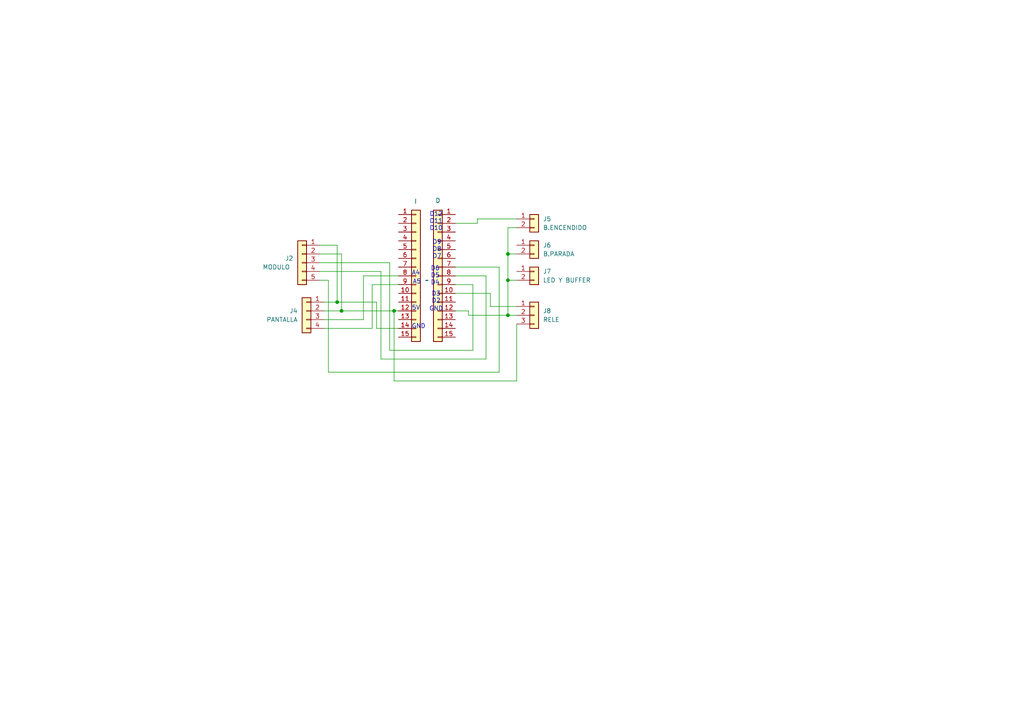
<source format=kicad_sch>
(kicad_sch (version 20231120) (generator "eeschema") (generator_version "8.0")
  (paper "A4")
  (lib_symbols
    (symbol "Connector_Generic:Conn_01x02" (pin_names (offset 1.016) hide)
      (property "Reference" "J" (at 0 2.54 0))
      (property "Value" "Conn_01x02" (at 0 -5.08 0))
      (symbol "Conn_01x02_1_1"
        (rectangle (start -1.27 -2.413) (end 0 -2.667) (stroke (width 0.1524)))
        (rectangle (start -1.27 0.127) (end 0 -0.127) (stroke (width 0.1524)))
        (rectangle (start -1.27 1.27) (end 1.27 -3.81) (stroke (width 0.254)) (fill (type background)))
        (pin passive line (at -5.08 0 0) (length 3.81) (name "Pin_1") (number "1"))
        (pin passive line (at -5.08 -2.54 0) (length 3.81) (name "Pin_2") (number "2"))
      )
    )
    (symbol "Connector_Generic:Conn_01x03" (pin_names (offset 1.016) hide)
      (property "Reference" "J" (at 0 5.08 0))
      (property "Value" "Conn_01x03" (at 0 -5.08 0))
      (symbol "Conn_01x03_1_1"
        (rectangle (start -1.27 -2.413) (end 0 -2.667) (stroke (width 0.1524)))
        (rectangle (start -1.27 0.127) (end 0 -0.127) (stroke (width 0.1524)))
        (rectangle (start -1.27 2.667) (end 0 2.413) (stroke (width 0.1524)))
        (rectangle (start -1.27 3.81) (end 1.27 -3.81) (stroke (width 0.254)) (fill (type background)))
        (pin passive line (at -5.08 2.54 0) (length 3.81) (name "Pin_1") (number "1"))
        (pin passive line (at -5.08 0 0) (length 3.81) (name "Pin_2") (number "2"))
        (pin passive line (at -5.08 -2.54 0) (length 3.81) (name "Pin_3") (number "3"))
      )
    )
    (symbol "Connector_Generic:Conn_01x04" (pin_names (offset 1.016) hide)
      (property "Reference" "J" (at 0 5.08 0))
      (property "Value" "Conn_01x04" (at 0 -7.62 0))
      (symbol "Conn_01x04_1_1"
        (rectangle (start -1.27 -4.953) (end 0 -5.207) (stroke (width 0.1524)))
        (rectangle (start -1.27 -2.413) (end 0 -2.667) (stroke (width 0.1524)))
        (rectangle (start -1.27 0.127) (end 0 -0.127) (stroke (width 0.1524)))
        (rectangle (start -1.27 2.667) (end 0 2.413) (stroke (width 0.1524)))
        (rectangle (start -1.27 3.81) (end 1.27 -6.35) (stroke (width 0.254)) (fill (type background)))
        (pin passive line (at -5.08 2.54 0) (length 3.81) (name "Pin_1") (number "1"))
        (pin passive line (at -5.08 0 0) (length 3.81) (name "Pin_2") (number "2"))
        (pin passive line (at -5.08 -2.54 0) (length 3.81) (name "Pin_3") (number "3"))
        (pin passive line (at -5.08 -5.08 0) (length 3.81) (name "Pin_4") (number "4"))
      )
    )
    (symbol "Connector_Generic:Conn_01x05" (pin_names (offset 1.016) hide)
      (property "Reference" "J" (at 0 7.62 0))
      (property "Value" "Conn_01x05" (at 0 -7.62 0))
      (symbol "Conn_01x05_1_1"
        (rectangle (start -1.27 -4.953) (end 0 -5.207) (stroke (width 0.1524)))
        (rectangle (start -1.27 -2.413) (end 0 -2.667) (stroke (width 0.1524)))
        (rectangle (start -1.27 0.127) (end 0 -0.127) (stroke (width 0.1524)))
        (rectangle (start -1.27 2.667) (end 0 2.413) (stroke (width 0.1524)))
        (rectangle (start -1.27 5.207) (end 0 4.953) (stroke (width 0.1524)))
        (rectangle (start -1.27 6.35) (end 1.27 -6.35) (stroke (width 0.254)) (fill (type background)))
        (pin passive line (at -5.08 5.08 0) (length 3.81) (name "Pin_1") (number "1"))
        (pin passive line (at -5.08 2.54 0) (length 3.81) (name "Pin_2") (number "2"))
        (pin passive line (at -5.08 0 0) (length 3.81) (name "Pin_3") (number "3"))
        (pin passive line (at -5.08 -2.54 0) (length 3.81) (name "Pin_4") (number "4"))
        (pin passive line (at -5.08 -5.08 0) (length 3.81) (name "Pin_5") (number "5"))
      )
    )
    (symbol "Connector_Generic:Conn_01x15" (pin_names (offset 1.016) hide)
      (property "Reference" "J" (at 0 20.32 0))
      (property "Value" "Conn_01x15" (at 0 -20.32 0))
      (symbol "Conn_01x15_1_1"
        (rectangle (start -1.27 -17.653) (end 0 -17.907) (stroke (width 0.1524)))
        (rectangle (start -1.27 -15.113) (end 0 -15.367) (stroke (width 0.1524)))
        (rectangle (start -1.27 -12.573) (end 0 -12.827) (stroke (width 0.1524)))
        (rectangle (start -1.27 -10.033) (end 0 -10.287) (stroke (width 0.1524)))
        (rectangle (start -1.27 -7.493) (end 0 -7.747) (stroke (width 0.1524)))
        (rectangle (start -1.27 -4.953) (end 0 -5.207) (stroke (width 0.1524)))
        (rectangle (start -1.27 -2.413) (end 0 -2.667) (stroke (width 0.1524)))
        (rectangle (start -1.27 0.127) (end 0 -0.127) (stroke (width 0.1524)))
        (rectangle (start -1.27 2.667) (end 0 2.413) (stroke (width 0.1524)))
        (rectangle (start -1.27 5.207) (end 0 4.953) (stroke (width 0.1524)))
        (rectangle (start -1.27 7.747) (end 0 7.493) (stroke (width 0.1524)))
        (rectangle (start -1.27 10.287) (end 0 10.033) (stroke (width 0.1524)))
        (rectangle (start -1.27 12.827) (end 0 12.573) (stroke (width 0.1524)))
        (rectangle (start -1.27 15.367) (end 0 15.113) (stroke (width 0.1524)))
        (rectangle (start -1.27 17.907) (end 0 17.653) (stroke (width 0.1524)))
        (rectangle (start -1.27 19.05) (end 1.27 -19.05) (stroke (width 0.254)) (fill (type background)))
        (pin passive line (at -5.08 17.78 0) (length 3.81) (name "Pin_1") (number "1"))
        (pin passive line (at -5.08 -5.08 0) (length 3.81) (name "Pin_10") (number "10"))
        (pin passive line (at -5.08 -7.62 0) (length 3.81) (name "Pin_11") (number "11"))
        (pin passive line (at -5.08 -10.16 0) (length 3.81) (name "Pin_12") (number "12"))
        (pin passive line (at -5.08 -12.7 0) (length 3.81) (name "Pin_13") (number "13"))
        (pin passive line (at -5.08 -15.24 0) (length 3.81) (name "Pin_14") (number "14"))
        (pin passive line (at -5.08 -17.78 0) (length 3.81) (name "Pin_15") (number "15"))
        (pin passive line (at -5.08 15.24 0) (length 3.81) (name "Pin_2") (number "2"))
        (pin passive line (at -5.08 12.7 0) (length 3.81) (name "Pin_3") (number "3"))
        (pin passive line (at -5.08 10.16 0) (length 3.81) (name "Pin_4") (number "4"))
        (pin passive line (at -5.08 7.62 0) (length 3.81) (name "Pin_5") (number "5"))
        (pin passive line (at -5.08 5.08 0) (length 3.81) (name "Pin_6") (number "6"))
        (pin passive line (at -5.08 2.54 0) (length 3.81) (name "Pin_7") (number "7"))
        (pin passive line (at -5.08 0 0) (length 3.81) (name "Pin_8") (number "8"))
        (pin passive line (at -5.08 -2.54 0) (length 3.81) (name "Pin_9") (number "9"))
      )
    )
  )
  (junction (at 147.32 91.44))
  (junction (at 147.32 81.28))
  (junction (at 97.79 87.63))
  (junction (at 147.32 73.66))
  (junction (at 114.3 90.17))
  (junction (at 99.06 90.17))
  (wire (pts (xy 144.78 77.47) (xy 132.08 77.47)))
  (wire (pts (xy 92.71 76.2) (xy 113.03 76.2)))
  (wire (pts (xy 149.86 81.28) (xy 147.32 81.28)))
  (wire (pts (xy 144.78 107.95) (xy 144.78 77.47)))
  (wire (pts (xy 149.86 110.49) (xy 114.3 110.49)))
  (wire (pts (xy 93.98 92.71) (xy 105.41 92.71)))
  (wire (pts (xy 105.41 92.71) (xy 105.41 80.01)))
  (wire (pts (xy 107.95 82.55) (xy 115.57 82.55)))
  (wire (pts (xy 97.79 87.63) (xy 109.22 87.63)))
  (wire (pts (xy 140.97 104.14) (xy 140.97 80.01)))
  (wire (pts (xy 149.86 66.04) (xy 147.32 66.04)))
  (wire (pts (xy 149.86 63.5) (xy 138.43 63.5)))
  (wire (pts (xy 105.41 80.01) (xy 115.57 80.01)))
  (wire (pts (xy 93.98 87.63) (xy 97.79 87.63)))
  (wire (pts (xy 113.03 76.2) (xy 113.03 101.6)))
  (wire (pts (xy 137.16 101.6) (xy 137.16 82.55)))
  (wire (pts (xy 147.32 66.04) (xy 147.32 73.66)))
  (wire (pts (xy 95.25 81.28) (xy 95.25 107.95)))
  (wire (pts (xy 149.86 73.66) (xy 147.32 73.66)))
  (wire (pts (xy 109.22 87.63) (xy 109.22 95.25)))
  (wire (pts (xy 137.16 82.55) (xy 132.08 82.55)))
  (wire (pts (xy 95.25 107.95) (xy 144.78 107.95)))
  (wire (pts (xy 93.98 90.17) (xy 99.06 90.17)))
  (wire (pts (xy 149.86 91.44) (xy 147.32 91.44)))
  (wire (pts (xy 92.71 78.74) (xy 110.49 78.74)))
  (wire (pts (xy 135.89 91.44) (xy 135.89 90.17)))
  (wire (pts (xy 97.79 71.12) (xy 97.79 87.63)))
  (wire (pts (xy 138.43 63.5) (xy 138.43 64.77)))
  (wire (pts (xy 147.32 73.66) (xy 147.32 81.28)))
  (wire (pts (xy 147.32 91.44) (xy 135.89 91.44)))
  (wire (pts (xy 114.3 110.49) (xy 114.3 90.17)))
  (wire (pts (xy 99.06 73.66) (xy 99.06 90.17)))
  (wire (pts (xy 92.71 73.66) (xy 99.06 73.66)))
  (wire (pts (xy 109.22 95.25) (xy 115.57 95.25)))
  (wire (pts (xy 113.03 101.6) (xy 137.16 101.6)))
  (wire (pts (xy 93.98 95.25) (xy 107.95 95.25)))
  (wire (pts (xy 135.89 90.17) (xy 132.08 90.17)))
  (wire (pts (xy 142.24 85.09) (xy 132.08 85.09)))
  (wire (pts (xy 149.86 88.9) (xy 142.24 88.9)))
  (wire (pts (xy 92.71 81.28) (xy 95.25 81.28)))
  (wire (pts (xy 99.06 90.17) (xy 114.3 90.17)))
  (wire (pts (xy 107.95 95.25) (xy 107.95 82.55)))
  (wire (pts (xy 142.24 88.9) (xy 142.24 85.09)))
  (wire (pts (xy 110.49 104.14) (xy 140.97 104.14)))
  (wire (pts (xy 92.71 71.12) (xy 97.79 71.12)))
  (wire (pts (xy 132.08 80.01) (xy 140.97 80.01)))
  (wire (pts (xy 149.86 93.98) (xy 149.86 110.49)))
  (wire (pts (xy 138.43 64.77) (xy 132.08 64.77)))
  (wire (pts (xy 114.3 90.17) (xy 115.57 90.17)))
  (wire (pts (xy 110.49 78.74) (xy 110.49 104.14)))
  (wire (pts (xy 147.32 81.28) (xy 147.32 91.44)))
  (text "A4" (at 120.65 79.248 0) (effects (font (size 1.27 1.27))))
  (text "GND" (at 126.492 89.662 0) (effects (font (size 1.27 1.27))))
  (text "D12\nD11\nD10" (at 126.492 64.262 0) (effects (font (size 1.27 1.27))))
  (text "D6\nD5\nD4\n" (at 126.238 80.01 0) (effects (font (size 1.27 1.27))))
  (text "GND\n" (at 121.412 94.742 0) (effects (font (size 1.27 1.27))))
  (text "A5" (at 120.904 81.788 0) (effects (font (size 1.27 1.27))))
  (text "D9\nD8\nD7\n" (at 126.746 72.39 0) (effects (font (size 1.27 1.27))))
  (text "5V\n" (at 120.65 89.408 0) (effects (font (size 1.27 1.27))))
  (text "D3\nD2\n\n" (at 126.492 87.376 0) (effects (font (size 1.27 1.27))))
  (symbol (lib_id "Connector_Generic:Conn_01x02") (at 154.94 78.74 0) (unit 1)
    (property "Reference" "J7" (at 157.48 78.7399 0) (effects (justify left)))
    (property "Value" "LED Y BUFFER" (at 157.48 81.2799 0) (effects (justify left)))
    (property "Description" "Generic connector, single row, 01x02, script generated (kicad-library-utils/schlib/autogen/connector/)" (effects (hide yes)))
  )
  (symbol (lib_id "Connector_Generic:Conn_01x02") (at 154.94 71.12 0) (unit 1)
    (property "Reference" "J6" (at 157.48 71.1199 0) (effects (justify left)))
    (property "Value" "B.PARADA" (at 157.48 73.6599 0) (effects (justify left)))
    (property "Description" "Generic connector, single row, 01x02, script generated (kicad-library-utils/schlib/autogen/connector/)" (effects (hide yes)))
  )
  (symbol (lib_id "Connector_Generic:Conn_01x02") (at 154.94 63.5 0) (unit 1)
    (property "Reference" "J5" (at 157.48 63.4999 0) (effects (justify left)))
    (property "Value" "B.ENCENDIDO" (at 157.48 66.0399 0) (effects (justify left)))
    (property "Description" "Generic connector, single row, 01x02, script generated (kicad-library-utils/schlib/autogen/connector/)" (effects (hide yes)))
  )
  (symbol (lib_id "Connector_Generic:Conn_01x15") (at 120.65 80.01 0) (unit 1)
    (property "Reference" "I" (at 120.142 58.42 0) (effects (justify left)))
    (property "Value" "~" (at 123.19 81.28 0) (effects (justify left)))
    (property "Description" "Generic connector, single row, 01x15, script generated (kicad-library-utils/schlib/autogen/connector/)" (effects (hide yes)))
  )
  (symbol (lib_id "Connector_Generic:Conn_01x15") (at 127 80.01 0) (mirror y) (unit 1)
    (property "Reference" "D" (at 127.762 58.166 0) (effects (justify left)))
    (property "Value" "~" (at 124.46 81.2799 0) (effects (justify left)))
    (property "Description" "Generic connector, single row, 01x15, script generated (kicad-library-utils/schlib/autogen/connector/)" (effects (hide yes)))
  )
  (symbol (lib_id "Connector_Generic:Conn_01x05") (at 87.63 76.2 0) (mirror y) (unit 1)
    (property "Reference" "J2" (at 85.09 74.9299 0) (effects (justify left)))
    (property "Value" "MODULO " (at 85.09 77.4699 0) (effects (justify left)))
    (property "Description" "Generic connector, single row, 01x05, script generated (kicad-library-utils/schlib/autogen/connector/)" (effects (hide yes)))
  )
  (symbol (lib_id "Connector_Generic:Conn_01x03") (at 154.94 91.44 0) (unit 1)
    (property "Reference" "J8" (at 157.48 90.1699 0) (effects (justify left)))
    (property "Value" "RELE" (at 157.48 92.7099 0) (effects (justify left)))
    (property "Description" "Generic connector, single row, 01x03, script generated (kicad-library-utils/schlib/autogen/connector/)" (effects (hide yes)))
  )
  (symbol (lib_id "Connector_Generic:Conn_01x04") (at 88.9 90.17 0) (mirror y) (unit 1)
    (property "Reference" "J4" (at 86.36 90.1699 0) (effects (justify left)))
    (property "Value" "PANTALLA" (at 86.36 92.7099 0) (effects (justify left)))
    (property "Description" "Generic connector, single row, 01x04, script generated (kicad-library-utils/schlib/autogen/connector/)" (effects (hide yes)))
  )
)
</source>
